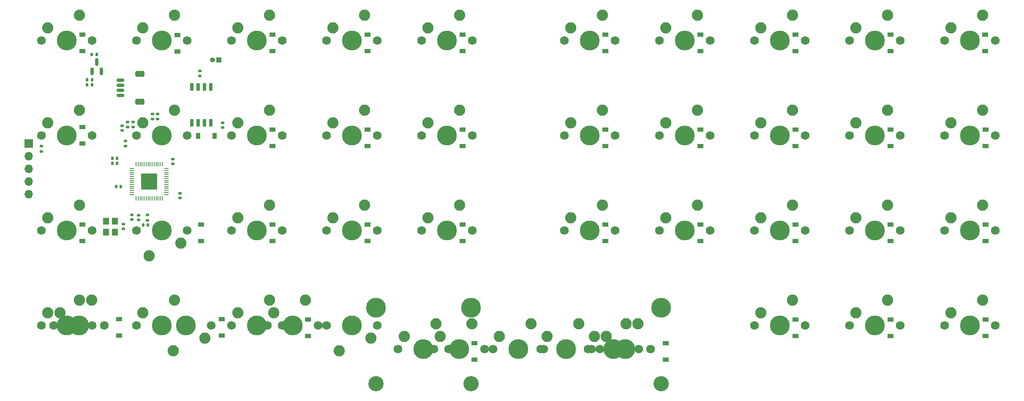
<source format=gbr>
%TF.GenerationSoftware,KiCad,Pcbnew,(7.0.0-0)*%
%TF.CreationDate,2023-07-17T12:18:46-04:00*%
%TF.ProjectId,cutiepie2040_ortho,63757469-6570-4696-9532-3034305f6f72,rev?*%
%TF.SameCoordinates,Original*%
%TF.FileFunction,Soldermask,Bot*%
%TF.FilePolarity,Negative*%
%FSLAX46Y46*%
G04 Gerber Fmt 4.6, Leading zero omitted, Abs format (unit mm)*
G04 Created by KiCad (PCBNEW (7.0.0-0)) date 2023-07-17 12:18:46*
%MOMM*%
%LPD*%
G01*
G04 APERTURE LIST*
G04 Aperture macros list*
%AMRoundRect*
0 Rectangle with rounded corners*
0 $1 Rounding radius*
0 $2 $3 $4 $5 $6 $7 $8 $9 X,Y pos of 4 corners*
0 Add a 4 corners polygon primitive as box body*
4,1,4,$2,$3,$4,$5,$6,$7,$8,$9,$2,$3,0*
0 Add four circle primitives for the rounded corners*
1,1,$1+$1,$2,$3*
1,1,$1+$1,$4,$5*
1,1,$1+$1,$6,$7*
1,1,$1+$1,$8,$9*
0 Add four rect primitives between the rounded corners*
20,1,$1+$1,$2,$3,$4,$5,0*
20,1,$1+$1,$4,$5,$6,$7,0*
20,1,$1+$1,$6,$7,$8,$9,0*
20,1,$1+$1,$8,$9,$2,$3,0*%
G04 Aperture macros list end*
%ADD10C,1.750000*%
%ADD11C,3.987800*%
%ADD12C,2.250000*%
%ADD13C,3.048000*%
%ADD14RoundRect,0.140000X0.170000X-0.140000X0.170000X0.140000X-0.170000X0.140000X-0.170000X-0.140000X0*%
%ADD15R,0.900000X1.200000*%
%ADD16R,1.200000X0.900000*%
%ADD17RoundRect,0.140000X-0.140000X-0.170000X0.140000X-0.170000X0.140000X0.170000X-0.140000X0.170000X0*%
%ADD18RoundRect,0.135000X0.185000X-0.135000X0.185000X0.135000X-0.185000X0.135000X-0.185000X-0.135000X0*%
%ADD19RoundRect,0.135000X-0.185000X0.135000X-0.185000X-0.135000X0.185000X-0.135000X0.185000X0.135000X0*%
%ADD20R,1.000000X1.000000*%
%ADD21O,1.000000X1.000000*%
%ADD22RoundRect,0.140000X0.140000X0.170000X-0.140000X0.170000X-0.140000X-0.170000X0.140000X-0.170000X0*%
%ADD23RoundRect,0.140000X-0.170000X0.140000X-0.170000X-0.140000X0.170000X-0.140000X0.170000X0.140000X0*%
%ADD24RoundRect,0.150000X0.150000X-0.587500X0.150000X0.587500X-0.150000X0.587500X-0.150000X-0.587500X0*%
%ADD25RoundRect,0.150000X-0.150000X0.650000X-0.150000X-0.650000X0.150000X-0.650000X0.150000X0.650000X0*%
%ADD26RoundRect,0.050000X0.387500X0.050000X-0.387500X0.050000X-0.387500X-0.050000X0.387500X-0.050000X0*%
%ADD27RoundRect,0.050000X0.050000X0.387500X-0.050000X0.387500X-0.050000X-0.387500X0.050000X-0.387500X0*%
%ADD28RoundRect,0.144000X1.456000X1.456000X-1.456000X1.456000X-1.456000X-1.456000X1.456000X-1.456000X0*%
%ADD29R,1.700000X1.700000*%
%ADD30O,1.700000X1.700000*%
%ADD31RoundRect,0.150000X-0.625000X0.150000X-0.625000X-0.150000X0.625000X-0.150000X0.625000X0.150000X0*%
%ADD32RoundRect,0.250000X-0.650000X0.350000X-0.650000X-0.350000X0.650000X-0.350000X0.650000X0.350000X0*%
%ADD33R,1.200000X1.400000*%
G04 APERTURE END LIST*
D10*
%TO.C,MX35*%
X230370000Y-55300000D03*
D11*
X235450000Y-55300000D03*
D10*
X240530000Y-55300000D03*
D12*
X231640000Y-52760000D03*
X237990000Y-50220000D03*
%TD*%
D10*
%TO.C,MX22*%
X154170000Y-93400000D03*
D11*
X159250000Y-93400000D03*
D10*
X164330000Y-93400000D03*
D12*
X155440000Y-90860000D03*
X161790000Y-88320000D03*
%TD*%
D10*
%TO.C,MX18*%
X125595000Y-93400000D03*
D11*
X130675000Y-93400000D03*
D10*
X135755000Y-93400000D03*
D12*
X126865000Y-90860000D03*
X133215000Y-88320000D03*
%TD*%
D10*
%TO.C,MX7*%
X78605000Y-93400000D03*
D11*
X73525000Y-93400000D03*
D10*
X68445000Y-93400000D03*
D12*
X77335000Y-95940000D03*
X70985000Y-98480000D03*
%TD*%
D10*
%TO.C,MX9*%
X87495000Y-55300000D03*
D11*
X92575000Y-55300000D03*
D10*
X97655000Y-55300000D03*
D12*
X88765000Y-52760000D03*
X95115000Y-50220000D03*
%TD*%
D10*
%TO.C,MX4*%
X49395000Y-112450000D03*
D11*
X54475000Y-112450000D03*
D10*
X59555000Y-112450000D03*
D12*
X50665000Y-109910000D03*
X57015000Y-107370000D03*
%TD*%
D10*
%TO.C,MX1*%
X49395000Y-55300000D03*
D11*
X54475000Y-55300000D03*
D10*
X59555000Y-55300000D03*
D12*
X50665000Y-52760000D03*
X57015000Y-50220000D03*
%TD*%
D10*
%TO.C,MX17*%
X125595000Y-74350000D03*
D11*
X130675000Y-74350000D03*
D10*
X135755000Y-74350000D03*
D12*
X126865000Y-71810000D03*
X133215000Y-69270000D03*
%TD*%
D10*
%TO.C,MX2*%
X49395000Y-74350000D03*
D11*
X54475000Y-74350000D03*
D10*
X59555000Y-74350000D03*
D12*
X50665000Y-71810000D03*
X57015000Y-69270000D03*
%TD*%
D10*
%TO.C,MX11*%
X87495000Y-93400000D03*
D11*
X92575000Y-93400000D03*
D10*
X97655000Y-93400000D03*
D12*
X88765000Y-90860000D03*
X95115000Y-88320000D03*
%TD*%
D11*
%TO.C,MX23*%
X135437500Y-108957500D03*
D13*
X135437500Y-124197500D03*
D10*
X149407500Y-117212500D03*
D11*
X154487500Y-117212500D03*
D10*
X159567500Y-117212500D03*
D11*
X173537500Y-108957500D03*
D13*
X173537500Y-124197500D03*
D12*
X150677500Y-114672500D03*
X157027500Y-112132500D03*
%TD*%
D10*
%TO.C,MX10*%
X87495000Y-74350000D03*
D11*
X92575000Y-74350000D03*
D10*
X97655000Y-74350000D03*
D12*
X88765000Y-71810000D03*
X95115000Y-69270000D03*
%TD*%
D10*
%TO.C,MX30*%
X192270000Y-112450000D03*
D11*
X197350000Y-112450000D03*
D10*
X202430000Y-112450000D03*
D12*
X193540000Y-109910000D03*
X199890000Y-107370000D03*
%TD*%
D10*
%TO.C,MX12*%
X94638750Y-112450000D03*
D11*
X99718750Y-112450000D03*
D10*
X104798750Y-112450000D03*
D12*
X95908750Y-109910000D03*
X102258750Y-107370000D03*
%TD*%
D10*
%TO.C,MX23*%
X158932500Y-117212500D03*
D11*
X164012500Y-117212500D03*
D10*
X169092500Y-117212500D03*
D12*
X160202500Y-114672500D03*
X166552500Y-112132500D03*
%TD*%
D10*
%TO.C,MX19*%
X116705000Y-112450000D03*
D11*
X111625000Y-112450000D03*
D10*
X106545000Y-112450000D03*
D12*
X115435000Y-114990000D03*
X109085000Y-117530000D03*
%TD*%
D10*
%TO.C,MX4*%
X51776250Y-112450000D03*
D11*
X56856250Y-112450000D03*
D10*
X61936250Y-112450000D03*
D12*
X53046250Y-109910000D03*
X59396250Y-107370000D03*
%TD*%
D10*
%TO.C,MX33*%
X211320000Y-93400000D03*
D11*
X216400000Y-93400000D03*
D10*
X221480000Y-93400000D03*
D12*
X212590000Y-90860000D03*
X218940000Y-88320000D03*
%TD*%
D10*
%TO.C,MX13*%
X106545000Y-55300000D03*
D11*
X111625000Y-55300000D03*
D10*
X116705000Y-55300000D03*
D12*
X107815000Y-52760000D03*
X114165000Y-50220000D03*
%TD*%
D10*
%TO.C,MX29*%
X192270000Y-93400000D03*
D11*
X197350000Y-93400000D03*
D10*
X202430000Y-93400000D03*
D12*
X193540000Y-90860000D03*
X199890000Y-88320000D03*
%TD*%
D10*
%TO.C,MX15*%
X106545000Y-93400000D03*
D11*
X111625000Y-93400000D03*
D10*
X116705000Y-93400000D03*
D12*
X107815000Y-90860000D03*
X114165000Y-88320000D03*
%TD*%
D10*
%TO.C,MX14*%
X106545000Y-74350000D03*
D11*
X111625000Y-74350000D03*
D10*
X116705000Y-74350000D03*
D12*
X107815000Y-71810000D03*
X114165000Y-69270000D03*
%TD*%
D10*
%TO.C,MX16*%
X125595000Y-55300000D03*
D11*
X130675000Y-55300000D03*
D10*
X135755000Y-55300000D03*
D12*
X126865000Y-52760000D03*
X133215000Y-50220000D03*
%TD*%
D10*
%TO.C,MX5*%
X68445000Y-55300000D03*
D11*
X73525000Y-55300000D03*
D10*
X78605000Y-55300000D03*
D12*
X69715000Y-52760000D03*
X76065000Y-50220000D03*
%TD*%
D10*
%TO.C,MX24*%
X173220000Y-55300000D03*
D11*
X178300000Y-55300000D03*
D10*
X183380000Y-55300000D03*
D12*
X174490000Y-52760000D03*
X180840000Y-50220000D03*
%TD*%
D10*
%TO.C,MX21*%
X154170000Y-74350000D03*
D11*
X159250000Y-74350000D03*
D10*
X164330000Y-74350000D03*
D12*
X155440000Y-71810000D03*
X161790000Y-69270000D03*
%TD*%
D10*
%TO.C,MX32*%
X211320000Y-74350000D03*
D11*
X216400000Y-74350000D03*
D10*
X221480000Y-74350000D03*
D12*
X212590000Y-71810000D03*
X218940000Y-69270000D03*
%TD*%
D10*
%TO.C,MX38*%
X230370000Y-112450000D03*
D11*
X235450000Y-112450000D03*
D10*
X240530000Y-112450000D03*
D12*
X231640000Y-109910000D03*
X237990000Y-107370000D03*
%TD*%
D10*
%TO.C,MX20*%
X154170000Y-55300000D03*
D11*
X159250000Y-55300000D03*
D10*
X164330000Y-55300000D03*
D12*
X155440000Y-52760000D03*
X161790000Y-50220000D03*
%TD*%
D10*
%TO.C,MX8*%
X83367500Y-112450000D03*
D11*
X78287500Y-112450000D03*
D10*
X73207500Y-112450000D03*
D12*
X82097500Y-114990000D03*
X75747500Y-117530000D03*
%TD*%
D10*
%TO.C,MX6*%
X68445000Y-74350000D03*
D11*
X73525000Y-74350000D03*
D10*
X78605000Y-74350000D03*
D12*
X69715000Y-71810000D03*
X76065000Y-69270000D03*
%TD*%
D10*
%TO.C,MX36*%
X230370000Y-74350000D03*
D11*
X235450000Y-74350000D03*
D10*
X240530000Y-74350000D03*
D12*
X231640000Y-71810000D03*
X237990000Y-69270000D03*
%TD*%
D10*
%TO.C,MX37*%
X230370000Y-93400000D03*
D11*
X235450000Y-93400000D03*
D10*
X240530000Y-93400000D03*
D12*
X231640000Y-90860000D03*
X237990000Y-88320000D03*
%TD*%
D10*
%TO.C,MX8*%
X68445000Y-112450000D03*
D11*
X73525000Y-112450000D03*
D10*
X78605000Y-112450000D03*
D12*
X69715000Y-109910000D03*
X76065000Y-107370000D03*
%TD*%
D10*
%TO.C,MX26*%
X173220000Y-93400000D03*
D11*
X178300000Y-93400000D03*
D10*
X183380000Y-93400000D03*
D12*
X174490000Y-90860000D03*
X180840000Y-88320000D03*
%TD*%
D11*
%TO.C,MX19*%
X116387500Y-108957500D03*
D13*
X116387500Y-124197500D03*
D10*
X139882500Y-117212500D03*
D11*
X144962500Y-117212500D03*
D10*
X150042500Y-117212500D03*
D11*
X173537500Y-108957500D03*
D13*
X173537500Y-124197500D03*
D12*
X141152500Y-114672500D03*
X147502500Y-112132500D03*
%TD*%
D10*
%TO.C,MX19*%
X127976250Y-117212500D03*
D11*
X133056250Y-117212500D03*
D10*
X138136250Y-117212500D03*
D12*
X129246250Y-114672500D03*
X135596250Y-112132500D03*
%TD*%
D10*
%TO.C,MX23*%
X161313750Y-117212500D03*
D11*
X166393750Y-117212500D03*
D10*
X171473750Y-117212500D03*
D12*
X162583750Y-114672500D03*
X168933750Y-112132500D03*
%TD*%
D10*
%TO.C,MX12*%
X87495000Y-112450000D03*
D11*
X92575000Y-112450000D03*
D10*
X97655000Y-112450000D03*
D12*
X88765000Y-109910000D03*
X95115000Y-107370000D03*
%TD*%
D10*
%TO.C,MX3*%
X49395000Y-93400000D03*
D11*
X54475000Y-93400000D03*
D10*
X59555000Y-93400000D03*
D12*
X50665000Y-90860000D03*
X57015000Y-88320000D03*
%TD*%
D10*
%TO.C,MX27*%
X192270000Y-55300000D03*
D11*
X197350000Y-55300000D03*
D10*
X202430000Y-55300000D03*
D12*
X193540000Y-52760000D03*
X199890000Y-50220000D03*
%TD*%
D10*
%TO.C,MX28*%
X192270000Y-74350000D03*
D11*
X197350000Y-74350000D03*
D10*
X202430000Y-74350000D03*
D12*
X193540000Y-71810000D03*
X199890000Y-69270000D03*
%TD*%
D10*
%TO.C,MX25*%
X173220000Y-74350000D03*
D11*
X178300000Y-74350000D03*
D10*
X183380000Y-74350000D03*
D12*
X174490000Y-71810000D03*
X180840000Y-69270000D03*
%TD*%
D10*
%TO.C,MX34*%
X211320000Y-112450000D03*
D11*
X216400000Y-112450000D03*
D10*
X221480000Y-112450000D03*
D12*
X212590000Y-109910000D03*
X218940000Y-107370000D03*
%TD*%
D10*
%TO.C,MX19*%
X120832500Y-117212500D03*
D11*
X125912500Y-117212500D03*
D10*
X130992500Y-117212500D03*
D12*
X122102500Y-114672500D03*
X128452500Y-112132500D03*
%TD*%
D10*
%TO.C,MX31*%
X211320000Y-55300000D03*
D11*
X216400000Y-55300000D03*
D10*
X221480000Y-55300000D03*
D12*
X212590000Y-52760000D03*
X218940000Y-50220000D03*
%TD*%
D14*
%TO.C,C_1V-Decoup2*%
X72650000Y-71060000D03*
X72650000Y-70100000D03*
%TD*%
D15*
%TO.C,D6*%
X80749999Y-74449999D03*
X84049999Y-74449999D03*
%TD*%
D16*
%TO.C,D14*%
X114724999Y-76499999D03*
X114724999Y-73199999D03*
%TD*%
D17*
%TO.C,C_Crystal1*%
X69750000Y-92350000D03*
X70710000Y-92350000D03*
%TD*%
D16*
%TO.C,D37*%
X238549999Y-95549999D03*
X238549999Y-92249999D03*
%TD*%
D18*
%TO.C,R_Crystal1*%
X70600000Y-91360000D03*
X70600000Y-90340000D03*
%TD*%
D16*
%TO.C,D17*%
X133774999Y-76499999D03*
X133774999Y-73199999D03*
%TD*%
D19*
%TO.C,R_Flash1*%
X81100000Y-61390000D03*
X81100000Y-62410000D03*
%TD*%
D20*
%TO.C,SW1*%
X84899999Y-59249999D03*
D21*
X83629999Y-59249999D03*
%TD*%
D16*
%TO.C,D8*%
X85499999Y-114549999D03*
X85499999Y-111249999D03*
%TD*%
%TO.C,D20*%
X162349999Y-57449999D03*
X162349999Y-54149999D03*
%TD*%
%TO.C,D15*%
X114724999Y-95549999D03*
X114724999Y-92249999D03*
%TD*%
%TO.C,D31*%
X219499999Y-57449999D03*
X219499999Y-54149999D03*
%TD*%
D14*
%TO.C,C_3V-Decoup2*%
X66200000Y-76480000D03*
X66200000Y-75520000D03*
%TD*%
D16*
%TO.C,D13*%
X114724999Y-57449999D03*
X114724999Y-54149999D03*
%TD*%
%TO.C,D23*%
X174493749Y-119362499D03*
X174493749Y-116062499D03*
%TD*%
D22*
%TO.C,C_3V-Decoup7*%
X64530000Y-78950000D03*
X63570000Y-78950000D03*
%TD*%
D16*
%TO.C,D32*%
X219499999Y-76499999D03*
X219499999Y-73199999D03*
%TD*%
%TO.C,D4*%
X64899999Y-114549999D03*
X64899999Y-111249999D03*
%TD*%
D14*
%TO.C,C_3V-Decoup9*%
X75700000Y-80080000D03*
X75700000Y-79120000D03*
%TD*%
D22*
%TO.C,C_3V-Decoup4*%
X65280000Y-84600000D03*
X64320000Y-84600000D03*
%TD*%
D16*
%TO.C,D26*%
X181399999Y-95549999D03*
X181399999Y-92249999D03*
%TD*%
%TO.C,D28*%
X200449999Y-76499999D03*
X200449999Y-73199999D03*
%TD*%
D19*
%TO.C,R_DATA1*%
X67700000Y-71650000D03*
X67700000Y-72670000D03*
%TD*%
D23*
%TO.C,C_3V-Decoup8*%
X68800000Y-90390000D03*
X68800000Y-91350000D03*
%TD*%
D14*
%TO.C,C_Flash1*%
X85650000Y-72800000D03*
X85650000Y-71840000D03*
%TD*%
D16*
%TO.C,D10*%
X95674999Y-76499999D03*
X95674999Y-73199999D03*
%TD*%
%TO.C,D35*%
X238468749Y-57449999D03*
X238468749Y-54149999D03*
%TD*%
%TO.C,D38*%
X238549999Y-114599999D03*
X238549999Y-111299999D03*
%TD*%
%TO.C,D19*%
X136156249Y-119362499D03*
X136156249Y-116062499D03*
%TD*%
D24*
%TO.C,U3*%
X61400000Y-61487500D03*
X59500000Y-61487500D03*
X60450000Y-59612500D03*
%TD*%
D16*
%TO.C,D25*%
X181399999Y-76499999D03*
X181399999Y-73199999D03*
%TD*%
%TO.C,D11*%
X95674999Y-95549999D03*
X95674999Y-92249999D03*
%TD*%
D23*
%TO.C,C_1V-Decoup3*%
X67450000Y-90270000D03*
X67450000Y-91230000D03*
%TD*%
D16*
%TO.C,D18*%
X133774999Y-95549999D03*
X133774999Y-92249999D03*
%TD*%
%TO.C,D34*%
X219499999Y-114599999D03*
X219499999Y-111299999D03*
%TD*%
%TO.C,D2*%
X57574999Y-75999999D03*
X57574999Y-72699999D03*
%TD*%
%TO.C,D3*%
X57574999Y-95549999D03*
X57574999Y-92249999D03*
%TD*%
%TO.C,D29*%
X200449999Y-95549999D03*
X200449999Y-92249999D03*
%TD*%
%TO.C,D16*%
X133774999Y-57449999D03*
X133774999Y-54149999D03*
%TD*%
D23*
%TO.C,C_3V-Decoup6*%
X77100000Y-85970000D03*
X77100000Y-86930000D03*
%TD*%
D16*
%TO.C,D30*%
X200449999Y-114599999D03*
X200449999Y-111299999D03*
%TD*%
%TO.C,D1*%
X57574999Y-57449999D03*
X57574999Y-54149999D03*
%TD*%
D22*
%TO.C,C_3V-Decoup1*%
X59480000Y-64250000D03*
X58520000Y-64250000D03*
%TD*%
%TO.C,C_LD1*%
X60430000Y-58100000D03*
X59470000Y-58100000D03*
%TD*%
D18*
%TO.C,R_RST1*%
X49350000Y-77560000D03*
X49350000Y-76540000D03*
%TD*%
D25*
%TO.C,U2*%
X79495000Y-71850000D03*
X80765000Y-71850000D03*
X82035000Y-71850000D03*
X83305000Y-71850000D03*
X83305000Y-64650000D03*
X82035000Y-64650000D03*
X80765000Y-64650000D03*
X79495000Y-64650000D03*
%TD*%
D16*
%TO.C,D33*%
X219499999Y-95549999D03*
X219499999Y-92249999D03*
%TD*%
%TO.C,D36*%
X238549999Y-76499999D03*
X238549999Y-73199999D03*
%TD*%
%TO.C,D7*%
X81374999Y-95549999D03*
X81374999Y-92249999D03*
%TD*%
%TO.C,D12*%
X102818749Y-114599999D03*
X102818749Y-111299999D03*
%TD*%
D14*
%TO.C,C_1V-Decoup1*%
X65500000Y-73370000D03*
X65500000Y-72410000D03*
%TD*%
%TO.C,C_3V-Decoup3*%
X71650000Y-71060000D03*
X71650000Y-70100000D03*
%TD*%
D16*
%TO.C,D22*%
X162349999Y-95549999D03*
X162349999Y-92249999D03*
%TD*%
D26*
%TO.C,U1*%
X74387500Y-81000000D03*
X74387500Y-81400000D03*
X74387500Y-81800000D03*
X74387500Y-82200000D03*
X74387500Y-82600000D03*
X74387500Y-83000000D03*
X74387500Y-83400000D03*
X74387500Y-83800000D03*
X74387500Y-84200000D03*
X74387500Y-84600000D03*
X74387500Y-85000000D03*
X74387500Y-85400000D03*
X74387500Y-85800000D03*
X74387500Y-86200000D03*
D27*
X73550000Y-87037500D03*
X73150000Y-87037500D03*
X72750000Y-87037500D03*
X72350000Y-87037500D03*
X71950000Y-87037500D03*
X71550000Y-87037500D03*
X71150000Y-87037500D03*
X70750000Y-87037500D03*
X70350000Y-87037500D03*
X69950000Y-87037500D03*
X69550000Y-87037500D03*
X69150000Y-87037500D03*
X68750000Y-87037500D03*
X68350000Y-87037500D03*
D26*
X67512500Y-86200000D03*
X67512500Y-85800000D03*
X67512500Y-85400000D03*
X67512500Y-85000000D03*
X67512500Y-84600000D03*
X67512500Y-84200000D03*
X67512500Y-83800000D03*
X67512500Y-83400000D03*
X67512500Y-83000000D03*
X67512500Y-82600000D03*
X67512500Y-82200000D03*
X67512500Y-81800000D03*
X67512500Y-81400000D03*
X67512500Y-81000000D03*
D27*
X68350000Y-80162500D03*
X68750000Y-80162500D03*
X69150000Y-80162500D03*
X69550000Y-80162500D03*
X69950000Y-80162500D03*
X70350000Y-80162500D03*
X70750000Y-80162500D03*
X71150000Y-80162500D03*
X71550000Y-80162500D03*
X71950000Y-80162500D03*
X72350000Y-80162500D03*
X72750000Y-80162500D03*
X73150000Y-80162500D03*
X73550000Y-80162500D03*
D28*
X70950000Y-83600000D03*
%TD*%
D29*
%TO.C,J2*%
X46799999Y-76024999D03*
D30*
X46799999Y-78564999D03*
X46799999Y-81104999D03*
X46799999Y-83644999D03*
X46799999Y-86184999D03*
%TD*%
D16*
%TO.C,D27*%
X200449999Y-57449999D03*
X200449999Y-54149999D03*
%TD*%
D14*
%TO.C,C_Crystal2*%
X65800000Y-93100000D03*
X65800000Y-92140000D03*
%TD*%
D16*
%TO.C,D9*%
X95674999Y-57449999D03*
X95674999Y-54149999D03*
%TD*%
%TO.C,D24*%
X181399999Y-57449999D03*
X181399999Y-54149999D03*
%TD*%
D22*
%TO.C,C_3V-Decoup5*%
X64530000Y-80000000D03*
X63570000Y-80000000D03*
%TD*%
D19*
%TO.C,R_DATA2*%
X66600000Y-71650000D03*
X66600000Y-72670000D03*
%TD*%
D22*
%TO.C,C_LD2*%
X59480000Y-63200000D03*
X58520000Y-63200000D03*
%TD*%
D31*
%TO.C,J1*%
X65200000Y-63300000D03*
X65200000Y-64300000D03*
X65200000Y-65300000D03*
X65200000Y-66300000D03*
D32*
X69075000Y-62000000D03*
X69075000Y-67600000D03*
%TD*%
D16*
%TO.C,D21*%
X162349999Y-76499999D03*
X162349999Y-73199999D03*
%TD*%
D33*
%TO.C,Y1*%
X64049999Y-91599999D03*
X64049999Y-93799999D03*
X62349999Y-93799999D03*
X62349999Y-91599999D03*
%TD*%
D16*
%TO.C,D5*%
X76624999Y-57549999D03*
X76624999Y-54249999D03*
%TD*%
M02*

</source>
